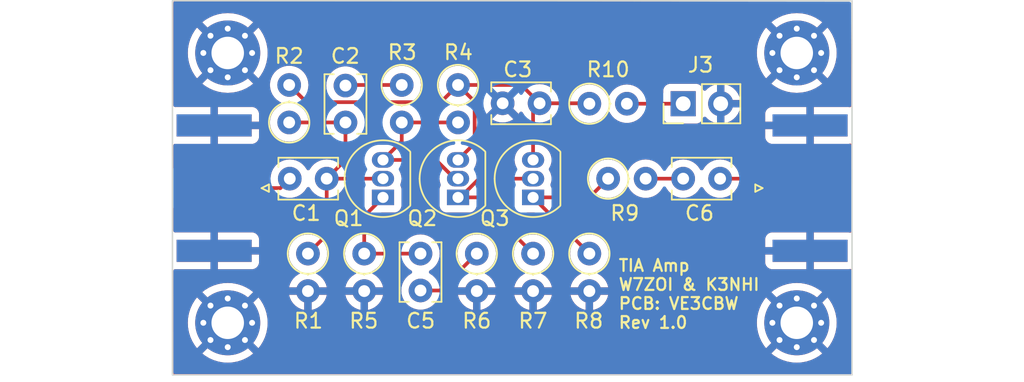
<source format=kicad_pcb>
(kicad_pcb (version 20221018) (generator pcbnew)
  (title_block (title "W7ZOI TIA") (date "2024-01-16"))
  (layers (0 "F.Cu" signal) (31 "B.Cu" signal) (34 "B.Paste" user) (35 "F.Paste" user) (36 "B.SilkS" user "B.Silkscreen") (37 "F.SilkS" user "F.Silkscreen") (38 "B.Mask" user) (39 "F.Mask" user) (44 "Edge.Cuts" user))
  (net 0 "")
  (net 1 "Net-(J1-In)")
  (net 2 "Net-(Q1-B)")
  (net 3 "Net-(C2-Pad1)")
  (net 4 "Net-(Q2-C)")
  (net 5 "GND")
  (net 6 "Net-(Q1-E)")
  (net 7 "Net-(C5-Pad2)")
  (net 8 "Net-(C6-Pad1)")
  (net 9 "Net-(J2-In)")
  (net 10 "+12V")
  (net 11 "Net-(Q1-C)")
  (net 12 "Net-(Q2-E)")
  (net 13 "Net-(Q3-E)")
  (footprint "Resistor_THT:R_Axial_DIN0207_L6.3mm_D2.5mm_P2.54mm_Vertical" (layer "F.Cu") (at 146.05 97.79 -90)
    (fp_text reference "R6" (at 4.56 0 180) (layer "F.SilkS"))
    (fp_text value "15" hide)
    (fp_line (start 1.37 0) (end 1.44 0) (stroke (width 0.12)) (layer "F.SilkS"))
    (fp_circle (center 0 0) (end 1.37 0) (stroke (width 0.12)) (fill none) (layer "F.SilkS"))
    (pad "1" thru_hole circle (at 0 0 270) (size 1.6 1.6) (drill 0.8) (layers "*.Cu" "*.Mask") (net 7 "Net-(C5-Pad2)"))
    (pad "2" thru_hole oval (at 2.54 0 270) (size 1.6 1.6) (drill 0.8) (layers "*.Cu" "*.Mask") (net 5 "GND"))
  )
  (footprint "Capacitor_THT:C_Disc_D3.8mm_W2.6mm_P2.50mm" (layer "F.Cu") (at 133.39 92.71)
    (fp_text reference "C1" (at 1.11 2.34) (layer "F.SilkS"))
    (fp_text value "0.1uF" hide)
    (fp_line (start -0.77 -1.42) (end -0.77 -0.795) (stroke (width 0.12)) (layer "F.SilkS"))
    (fp_line (start -0.77 -1.42) (end 3.27 -1.42) (stroke (width 0.12)) (layer "F.SilkS"))
    (fp_line (start -0.77 0.795) (end -0.77 1.42) (stroke (width 0.12)) (layer "F.SilkS"))
    (fp_line (start -0.77 1.42) (end 3.27 1.42) (stroke (width 0.12)) (layer "F.SilkS"))
    (fp_line (start 3.27 -1.42) (end 3.27 -0.795) (stroke (width 0.12)) (layer "F.SilkS"))
    (fp_line (start 3.27 0.795) (end 3.27 1.42) (stroke (width 0.12)) (layer "F.SilkS"))
    (pad "1" thru_hole circle (at 0 0) (size 1.6 1.6) (drill 0.8) (layers "*.Cu" "*.Mask") (net 1 "Net-(J1-In)"))
    (pad "2" thru_hole circle (at 2.5 0) (size 1.6 1.6) (drill 0.8) (layers "*.Cu" "*.Mask") (net 2 "Net-(Q1-B)"))
  )
  (footprint "Resistor_THT:R_Axial_DIN0207_L6.3mm_D2.5mm_P2.54mm_Vertical" (layer "F.Cu") (at 133.35 88.9 90)
    (fp_text reference "R2" (at 4.5 0 180) (layer "F.SilkS"))
    (fp_text value "10K" hide)
    (fp_line (start 1.37 0) (end 1.44 0) (stroke (width 0.12)) (layer "F.SilkS"))
    (fp_circle (center 0 0) (end 1.37 0) (stroke (width 0.12)) (fill none) (layer "F.SilkS"))
    (pad "1" thru_hole circle (at 0 0 90) (size 1.6 1.6) (drill 0.8) (layers "*.Cu" "*.Mask") (net 2 "Net-(Q1-B)"))
    (pad "2" thru_hole oval (at 2.54 0 90) (size 1.6 1.6) (drill 0.8) (layers "*.Cu" "*.Mask") (net 4 "Net-(Q2-C)"))
  )
  (footprint "Resistor_THT:R_Axial_DIN0207_L6.3mm_D2.5mm_P2.54mm_Vertical" (layer "F.Cu") (at 144.78 86.36 -90)
    (fp_text reference "R4" (at -2.21 -0.02 180) (layer "F.SilkS"))
    (fp_text value "330" hide)
    (fp_line (start 1.37 0) (end 1.44 0) (stroke (width 0.12)) (layer "F.SilkS"))
    (fp_circle (center 0 0) (end 1.37 0) (stroke (width 0.12)) (fill none) (layer "F.SilkS"))
    (pad "1" thru_hole circle (at 0 0 270) (size 1.6 1.6) (drill 0.8) (layers "*.Cu" "*.Mask") (net 4 "Net-(Q2-C)"))
    (pad "2" thru_hole oval (at 2.54 0 270) (size 1.6 1.6) (drill 0.8) (layers "*.Cu" "*.Mask") (net 11 "Net-(Q1-C)"))
  )
  (footprint "MountingHole:MountingHole_2.2mm_M2_Pad_Via" (layer "F.Cu") (at 129.19 84.19)
    (fp_text reference "H4" hide)
    (fp_text value "MountingHole_Pad")
    (pad "1" thru_hole circle (at -1.65 0) (size 0.7 0.7) (drill 0.4) (layers "*.Cu" "*.Mask") (net 5 "GND"))
    (pad "1" thru_hole circle (at -1.166726 -1.166726) (size 0.7 0.7) (drill 0.4) (layers "*.Cu" "*.Mask") (net 5 "GND"))
    (pad "1" thru_hole circle (at -1.166726 1.166726) (size 0.7 0.7) (drill 0.4) (layers "*.Cu" "*.Mask") (net 5 "GND"))
    (pad "1" thru_hole circle (at 0 -1.65) (size 0.7 0.7) (drill 0.4) (layers "*.Cu" "*.Mask") (net 5 "GND"))
    (pad "1" thru_hole circle (at 0 0) (size 4.4 4.4) (drill 2.2) (layers "*.Cu" "*.Mask") (net 5 "GND"))
    (pad "1" thru_hole circle (at 0 1.65) (size 0.7 0.7) (drill 0.4) (layers "*.Cu" "*.Mask") (net 5 "GND"))
    (pad "1" thru_hole circle (at 1.166726 -1.166726) (size 0.7 0.7) (drill 0.4) (layers "*.Cu" "*.Mask") (net 5 "GND"))
    (pad "1" thru_hole circle (at 1.166726 1.166726) (size 0.7 0.7) (drill 0.4) (layers "*.Cu" "*.Mask") (net 5 "GND"))
    (pad "1" thru_hole circle (at 1.65 0) (size 0.7 0.7) (drill 0.4) (layers "*.Cu" "*.Mask") (net 5 "GND"))
  )
  (footprint "Capacitor_THT:C_Disc_D3.8mm_W2.6mm_P2.50mm" (layer "F.Cu") (at 160.02 92.71)
    (fp_text reference "C6" (at 1.105 2.34) (layer "F.SilkS"))
    (fp_text value "0.1uF" hide)
    (fp_line (start -0.77 -1.42) (end -0.77 -0.795) (stroke (width 0.12)) (layer "F.SilkS"))
    (fp_line (start -0.77 -1.42) (end 3.27 -1.42) (stroke (width 0.12)) (layer "F.SilkS"))
    (fp_line (start -0.77 0.795) (end -0.77 1.42) (stroke (width 0.12)) (layer "F.SilkS"))
    (fp_line (start -0.77 1.42) (end 3.27 1.42) (stroke (width 0.12)) (layer "F.SilkS"))
    (fp_line (start 3.27 -1.42) (end 3.27 -0.795) (stroke (width 0.12)) (layer "F.SilkS"))
    (fp_line (start 3.27 0.795) (end 3.27 1.42) (stroke (width 0.12)) (layer "F.SilkS"))
    (pad "1" thru_hole circle (at 0 0) (size 1.6 1.6) (drill 0.8) (layers "*.Cu" "*.Mask") (net 8 "Net-(C6-Pad1)"))
    (pad "2" thru_hole circle (at 2.5 0) (size 1.6 1.6) (drill 0.8) (layers "*.Cu" "*.Mask") (net 9 "Net-(J2-In)"))
  )
  (footprint "MountingHole:MountingHole_2.2mm_M2_Pad_Via" (layer "F.Cu") (at 167.71 84.19)
    (fp_text reference "H3" hide)
    (fp_text value "MountingHole_Pad")
    (pad "1" thru_hole circle (at -1.65 0) (size 0.7 0.7) (drill 0.4) (layers "*.Cu" "*.Mask") (net 5 "GND"))
    (pad "1" thru_hole circle (at -1.166726 -1.166726) (size 0.7 0.7) (drill 0.4) (layers "*.Cu" "*.Mask") (net 5 "GND"))
    (pad "1" thru_hole circle (at -1.166726 1.166726) (size 0.7 0.7) (drill 0.4) (layers "*.Cu" "*.Mask") (net 5 "GND"))
    (pad "1" thru_hole circle (at 0 -1.65) (size 0.7 0.7) (drill 0.4) (layers "*.Cu" "*.Mask") (net 5 "GND"))
    (pad "1" thru_hole circle (at 0 0) (size 4.4 4.4) (drill 2.2) (layers "*.Cu" "*.Mask") (net 5 "GND"))
    (pad "1" thru_hole circle (at 0 1.65) (size 0.7 0.7) (drill 0.4) (layers "*.Cu" "*.Mask") (net 5 "GND"))
    (pad "1" thru_hole circle (at 1.166726 -1.166726) (size 0.7 0.7) (drill 0.4) (layers "*.Cu" "*.Mask") (net 5 "GND"))
    (pad "1" thru_hole circle (at 1.166726 1.166726) (size 0.7 0.7) (drill 0.4) (layers "*.Cu" "*.Mask") (net 5 "GND"))
    (pad "1" thru_hole circle (at 1.65 0) (size 0.7 0.7) (drill 0.4) (layers "*.Cu" "*.Mask") (net 5 "GND"))
  )
  (footprint "Capacitor_THT:C_Disc_D3.8mm_W2.6mm_P2.50mm" (layer "F.Cu") (at 150.3 87.6 180)
    (fp_text reference "C3" (at 1.48 2.29) (layer "F.SilkS"))
    (fp_text value "0.1uF" hide)
    (fp_line (start -0.77 -1.42) (end -0.77 -0.795) (stroke (width 0.12)) (layer "F.SilkS"))
    (fp_line (start -0.77 -1.42) (end 3.27 -1.42) (stroke (width 0.12)) (layer "F.SilkS"))
    (fp_line (start -0.77 0.795) (end -0.77 1.42) (stroke (width 0.12)) (layer "F.SilkS"))
    (fp_line (start -0.77 1.42) (end 3.27 1.42) (stroke (width 0.12)) (layer "F.SilkS"))
    (fp_line (start 3.27 -1.42) (end 3.27 -0.795) (stroke (width 0.12)) (layer "F.SilkS"))
    (fp_line (start 3.27 0.795) (end 3.27 1.42) (stroke (width 0.12)) (layer "F.SilkS"))
    (pad "1" thru_hole circle (at 0 0 180) (size 1.6 1.6) (drill 0.8) (layers "*.Cu" "*.Mask") (net 4 "Net-(Q2-C)"))
    (pad "2" thru_hole circle (at 2.5 0 180) (size 1.6 1.6) (drill 0.8) (layers "*.Cu" "*.Mask") (net 5 "GND"))
  )
  (footprint "Capacitor_THT:C_Disc_D3.8mm_W2.6mm_P2.50mm" (layer "F.Cu") (at 142.24 97.79 -90)
    (fp_text reference "C5" (at 4.56 -0.01 180) (layer "F.SilkS"))
    (fp_text value "0.1uF" hide)
    (fp_line (start -0.77 -1.42) (end -0.77 -0.795) (stroke (width 0.12)) (layer "F.SilkS"))
    (fp_line (start -0.77 -1.42) (end 3.27 -1.42) (stroke (width 0.12)) (layer "F.SilkS"))
    (fp_line (start -0.77 0.795) (end -0.77 1.42) (stroke (width 0.12)) (layer "F.SilkS"))
    (fp_line (start -0.77 1.42) (end 3.27 1.42) (stroke (width 0.12)) (layer "F.SilkS"))
    (fp_line (start 3.27 -1.42) (end 3.27 -0.795) (stroke (width 0.12)) (layer "F.SilkS"))
    (fp_line (start 3.27 0.795) (end 3.27 1.42) (stroke (width 0.12)) (layer "F.SilkS"))
    (pad "1" thru_hole circle (at 0 0 270) (size 1.6 1.6) (drill 0.8) (layers "*.Cu" "*.Mask") (net 6 "Net-(Q1-E)"))
    (pad "2" thru_hole circle (at 2.5 0 270) (size 1.6 1.6) (drill 0.8) (layers "*.Cu" "*.Mask") (net 7 "Net-(C5-Pad2)"))
  )
  (footprint "Connector_Coaxial:SMA_Amphenol_132289_EdgeMount" (layer "F.Cu") (at 128.27 93.35 180)
    (fp_text reference "J1" hide)
    (fp_text value "Conn_Coaxial" hide)
    (fp_line (start -3.71 -0.25) (end -3.71 0.25) (stroke (width 0.12)) (layer "F.SilkS"))
    (fp_line (start -3.71 0.25) (end -3.21 0) (stroke (width 0.12)) (layer "F.SilkS"))
    (fp_line (start -3.21 0) (end -3.71 -0.25) (stroke (width 0.12)) (layer "F.SilkS"))
    (pad "1" smd rect (at 0 0 270) (size 1.5 5.08) (layers "F.Cu" "F.Paste" "F.Mask") (net 1 "Net-(J1-In)"))
    (pad "2" smd rect (at 0 -4.25 270) (size 1.5 5.08) (layers "F.Cu" "F.Paste" "F.Mask") (net 5 "GND"))
    (pad "2" smd rect (at 0 -4.25 270) (size 1.5 5.08) (layers "B.Cu" "B.Paste" "B.Mask") (net 5 "GND"))
    (pad "2" smd rect (at 0 4.25 270) (size 1.5 5.08) (layers "F.Cu" "F.Paste" "F.Mask") (net 5 "GND"))
    (pad "2" smd rect (at 0 4.25 270) (size 1.5 5.08) (layers "B.Cu" "B.Paste" "B.Mask") (net 5 "GND"))
  )
  (footprint "Resistor_THT:R_Axial_DIN0207_L6.3mm_D2.5mm_P2.54mm_Vertical" (layer "F.Cu") (at 134.62 97.79 -90)
    (fp_text reference "R1" (at 4.56 -0.03 180) (layer "F.SilkS"))
    (fp_text value "2.2K" hide)
    (fp_line (start 1.37 0) (end 1.44 0) (stroke (width 0.12)) (layer "F.SilkS"))
    (fp_circle (center 0 0) (end 1.37 0) (stroke (width 0.12)) (fill none) (layer "F.SilkS"))
    (pad "1" thru_hole circle (at 0 0 270) (size 1.6 1.6) (drill 0.8) (layers "*.Cu" "*.Mask") (net 2 "Net-(Q1-B)"))
    (pad "2" thru_hole oval (at 2.54 0 270) (size 1.6 1.6) (drill 0.8) (layers "*.Cu" "*.Mask") (net 5 "GND"))
  )
  (footprint "MountingHole:MountingHole_2.2mm_M2_Pad_Via" (layer "F.Cu") (at 129.19 102.48)
    (fp_text reference "H1" hide)
    (fp_text value "MountingHole_Pad")
    (pad "1" thru_hole circle (at -1.65 0) (size 0.7 0.7) (drill 0.4) (layers "*.Cu" "*.Mask") (net 5 "GND"))
    (pad "1" thru_hole circle (at -1.166726 -1.166726) (size 0.7 0.7) (drill 0.4) (layers "*.Cu" "*.Mask") (net 5 "GND"))
    (pad "1" thru_hole circle (at -1.166726 1.166726) (size 0.7 0.7) (drill 0.4) (layers "*.Cu" "*.Mask") (net 5 "GND"))
    (pad "1" thru_hole circle (at 0 -1.65) (size 0.7 0.7) (drill 0.4) (layers "*.Cu" "*.Mask") (net 5 "GND"))
    (pad "1" thru_hole circle (at 0 0) (size 4.4 4.4) (drill 2.2) (layers "*.Cu" "*.Mask") (net 5 "GND"))
    (pad "1" thru_hole circle (at 0 1.65) (size 0.7 0.7) (drill 0.4) (layers "*.Cu" "*.Mask") (net 5 "GND"))
    (pad "1" thru_hole circle (at 1.166726 -1.166726) (size 0.7 0.7) (drill 0.4) (layers "*.Cu" "*.Mask") (net 5 "GND"))
    (pad "1" thru_hole circle (at 1.166726 1.166726) (size 0.7 0.7) (drill 0.4) (layers "*.Cu" "*.Mask") (net 5 "GND"))
    (pad "1" thru_hole circle (at 1.65 0) (size 0.7 0.7) (drill 0.4) (layers "*.Cu" "*.Mask") (net 5 "GND"))
  )
  (footprint "Resistor_THT:R_Axial_DIN0207_L6.3mm_D2.5mm_P2.54mm_Vertical" (layer "F.Cu") (at 149.86 97.79 -90)
    (fp_text reference "R7" (at 4.56 0.01 180) (layer "F.SilkS"))
    (fp_text value "2.2K" hide)
    (fp_line (start 1.37 0) (end 1.44 0) (stroke (width 0.12)) (layer "F.SilkS"))
    (fp_circle (center 0 0) (end 1.37 0) (stroke (width 0.12)) (fill none) (layer "F.SilkS"))
    (pad "1" thru_hole circle (at 0 0 270) (size 1.6 1.6) (drill 0.8) (layers "*.Cu" "*.Mask") (net 12 "Net-(Q2-E)"))
    (pad "2" thru_hole oval (at 2.54 0 270) (size 1.6 1.6) (drill 0.8) (layers "*.Cu" "*.Mask") (net 5 "GND"))
  )
  (footprint "Connector_PinHeader_2.54mm:PinHeader_1x02_P2.54mm_Vertical" (layer "F.Cu") (at 160.02 87.63 90)
    (fp_text reference "J3" (at 2.63 1.18 180) (layer "F.SilkS"))
    (fp_text value "Conn_01x02_Pin" hide)
    (fp_line (start -1.33 -1.33) (end 0 -1.33) (stroke (width 0.12)) (layer "F.SilkS"))
    (fp_line (start -1.33 0) (end -1.33 -1.33) (stroke (width 0.12)) (layer "F.SilkS"))
    (fp_line (start -1.33 1.27) (end -1.33 3.87) (stroke (width 0.12)) (layer "F.SilkS"))
    (fp_line (start -1.33 1.27) (end 1.33 1.27) (stroke (width 0.12)) (layer "F.SilkS"))
    (fp_line (start -1.33 3.87) (end 1.33 3.87) (stroke (width 0.12)) (layer "F.SilkS"))
    (fp_line (start 1.33 1.27) (end 1.33 3.87) (stroke (width 0.12)) (layer "F.SilkS"))
    (pad "1" thru_hole rect (at 0 0 90) (size 1.7 1.7) (drill 1) (layers "*.Cu" "*.Mask") (net 10 "+12V"))
    (pad "2" thru_hole oval (at 0 2.54 90) (size 1.7 1.7) (drill 1) (layers "*.Cu" "*.Mask") (net 5 "GND"))
  )
  (footprint "Package_TO_SOT_THT:TO-92_Inline" (layer "F.Cu") (at 149.86 93.98 90)
    (fp_text reference "Q3" (at -1.42 -2.59 180) (layer "F.SilkS"))
    (fp_text value "2N3904" hide)
    (fp_line (start -0.53 1.85) (end 3.07 1.85) (stroke (width 0.12)) (layer "F.SilkS"))
    (fp_arc (start -0.568478 1.838478) (mid -1.132087 -0.994977) (end 1.27 -2.6) (stroke (width 0.12)) (layer "F.SilkS"))
    (fp_arc (start 1.27 -2.6) (mid 3.672087 -0.994977) (end 3.108478 1.838478) (stroke (width 0.12)) (layer "F.SilkS"))
    (pad "1" thru_hole rect (at 0 0 90) (size 1.05 1.5) (drill 0.75) (layers "*.Cu" "*.Mask") (net 13 "Net-(Q3-E)"))
    (pad "2" thru_hole oval (at 1.27 0 90) (size 1.05 1.5) (drill 0.75) (layers "*.Cu" "*.Mask") (net 12 "Net-(Q2-E)"))
    (pad "3" thru_hole oval (at 2.54 0 90) (size 1.05 1.5) (drill 0.75) (layers "*.Cu" "*.Mask") (net 4 "Net-(Q2-C)"))
  )
  (footprint "Connector_Coaxial:SMA_Amphenol_132289_EdgeMount" (layer "F.Cu") (at 168.61 93.35)
    (fp_text reference "J2" hide)
    (fp_text value "Conn_Coaxial" hide)
    (fp_line (start -3.71 -0.25) (end -3.71 0.25) (stroke (width 0.12)) (layer "F.SilkS"))
    (fp_line (start -3.71 0.25) (end -3.21 0) (stroke (width 0.12)) (layer "F.SilkS"))
    (fp_line (start -3.21 0) (end -3.71 -0.25) (stroke (width 0.12)) (layer "F.SilkS"))
    (pad "1" smd rect (at 0 0 90) (size 1.5 5.08) (layers "F.Cu" "F.Paste" "F.Mask") (net 9 "Net-(J2-In)"))
    (pad "2" smd rect (at 0 -4.25 90) (size 1.5 5.08) (layers "F.Cu" "F.Paste" "F.Mask") (net 5 "GND"))
    (pad "2" smd rect (at 0 -4.25 90) (size 1.5 5.08) (layers "B.Cu" "B.Paste" "B.Mask") (net 5 "GND"))
    (pad "2" smd rect (at 0 4.25 90) (size 1.5 5.08) (layers "F.Cu" "F.Paste" "F.Mask") (net 5 "GND"))
    (pad "2" smd rect (at 0 4.25 90) (size 1.5 5.08) (layers "B.Cu" "B.Paste" "B.Mask") (net 5 "GND"))
  )
  (footprint "Resistor_THT:R_Axial_DIN0207_L6.3mm_D2.5mm_P2.54mm_Vertical" (layer "F.Cu") (at 154.94 92.71)
    (fp_text reference "R9" hide)
    (fp_text value "47" hide)
    (fp_line (start 1.37 0) (end 1.44 0) (stroke (width 0.12)) (layer "F.SilkS"))
    (fp_circle (center 0 0) (end 1.37 0) (stroke (width 0.12)) (fill none) (layer "F.SilkS"))
    (pad "1" thru_hole circle (at 0 0) (size 1.6 1.6) (drill 0.8) (layers "*.Cu" "*.Mask") (net 13 "Net-(Q3-E)"))
    (pad "2" thru_hole oval (at 2.54 0) (size 1.6 1.6) (drill 0.8) (layers "*.Cu" "*.Mask") (net 8 "Net-(C6-Pad1)"))
  )
  (footprint "Package_TO_SOT_THT:TO-92_Inline" (layer "F.Cu") (at 144.78 93.98 90)
    (fp_text reference "Q2" (at -1.42 -2.42 180) (layer "F.SilkS"))
    (fp_text value "2N3904" hide)
    (fp_line (start -0.53 1.85) (end 3.07 1.85) (stroke (width 0.12)) (layer "F.SilkS"))
    (fp_arc (start -0.568478 1.838478) (mid -1.132087 -0.994977) (end 1.27 -2.6) (stroke (width 0.12)) (layer "F.SilkS"))
    (fp_arc (start 1.27 -2.6) (mid 3.672087 -0.994977) (end 3.108478 1.838478) (stroke (width 0.12)) (layer "F.SilkS"))
    (pad "1" thru_hole rect (at 0 0 90) (size 1.05 1.5) (drill 0.75) (layers "*.Cu" "*.Mask") (net 12 "Net-(Q2-E)"))
    (pad "2" thru_hole oval (at 1.27 0 90) (size 1.05 1.5) (drill 0.75) (layers "*.Cu" "*.Mask") (net 11 "Net-(Q1-C)"))
    (pad "3" thru_hole oval (at 2.54 0 90) (size 1.05 1.5) (drill 0.75) (layers "*.Cu" "*.Mask") (net 4 "Net-(Q2-C)"))
  )
  (footprint "Package_TO_SOT_THT:TO-92_Inline" (layer "F.Cu") (at 139.7 93.98 90)
    (fp_text reference "Q1" (at -1.42 -2.33 180) (layer "F.SilkS"))
    (fp_text value "2N3904" hide)
    (fp_line (start -0.53 1.85) (end 3.07 1.85) (stroke (width 0.12)) (layer "F.SilkS"))
    (fp_arc (start -0.568478 1.838478) (mid -1.132087 -0.994977) (end 1.27 -2.6) (stroke (width 0.12)) (layer "F.SilkS"))
    (fp_arc (start 1.27 -2.6) (mid 3.672087 -0.994977) (end 3.108478 1.838478) (stroke (width 0.12)) (layer "F.SilkS"))
    (pad "1" thru_hole rect (at 0 0 90) (size 1.05 1.5) (drill 0.75) (layers "*.Cu" "*.Mask") (net 6 "Net-(Q1-E)"))
    (pad "2" thru_hole oval (at 1.27 0 90) (size 1.05 1.5) (drill 0.75) (layers "*.Cu" "*.Mask") (net 2 "Net-(Q1-B)"))
    (pad "3" thru_hole oval (at 2.54 0 90) (size 1.05 1.5) (drill 0.75) (layers "*.Cu" "*.Mask") (net 11 "Net-(Q1-C)"))
  )
  (footprint "MountingHole:MountingHole_2.2mm_M2_Pad_Via" (layer "F.Cu") (at 167.71 102.48)
    (fp_text reference "H2" hide)
    (fp_text value "MountingHole_Pad")
    (pad "1" thru_hole circle (at -1.65 0) (size 0.7 0.7) (drill 0.4) (layers "*.Cu" "*.Mask") (net 5 "GND"))
    (pad "1" thru_hole circle (at -1.166726 -1.166726) (size 0.7 0.7) (drill 0.4) (layers "*.Cu" "*.Mask") (net 5 "GND"))
    (pad "1" thru_hole circle (at -1.166726 1.166726) (size 0.7 0.7) (drill 0.4) (layers "*.Cu" "*.Mask") (net 5 "GND"))
    (pad "1" thru_hole circle (at 0 -1.65) (size 0.7 0.7) (drill 0.4) (layers "*.Cu" "*.Mask") (net 5 "GND"))
    (pad "1" thru_hole circle (at 0 0) (size 4.4 4.4) (drill 2.2) (layers "*.Cu" "*.Mask") (net 5 "GND"))
    (pad "1" thru_hole circle (at 0 1.65) (size 0.7 0.7) (drill 0.4) (layers "*.Cu" "*.Mask") (net 5 "GND"))
    (pad "1" thru_hole circle (at 1.166726 -1.166726) (size 0.7 0.7) (drill 0.4) (layers "*.Cu" "*.Mask") (net 5 "GND"))
    (pad "1" thru_hole circle (at 1.166726 1.166726) (size 0.7 0.7) (drill 0.4) (layers "*.Cu" "*.Mask") (net 5 "GND"))
    (pad "1" thru_hole circle (at 1.65 0) (size 0.7 0.7) (drill 0.4) (layers "*.Cu" "*.Mask") (net 5 "GND"))
  )
  (footprint "Resistor_THT:R_Axial_DIN0207_L6.3mm_D2.5mm_P2.54mm_Vertical" (layer "F.Cu") (at 153.67 97.79 -90)
    (fp_text reference "R8" (at 4.56 0.04 180) (layer "F.SilkS"))
    (fp_text value "470" hide)
    (fp_line (start 1.37 0) (end 1.44 0) (stroke (width 0.12)) (layer "F.SilkS"))
    (fp_circle (center 0 0) (end 1.37 0) (stroke (width 0.12)) (fill none) (layer "F.SilkS"))
    (pad "1" thru_hole circle (at 0 0 270) (size 1.6 1.6) (drill 0.8) (layers "*.Cu" "*.Mask") (net 13 "Net-(Q3-E)"))
    (pad "2" thru_hole oval (at 2.54 0 270) (size 1.6 1.6) (drill 0.8) (layers "*.Cu" "*.Mask") (net 5 "GND"))
  )
  (footprint "Capacitor_THT:C_Disc_D3.8mm_W2.6mm_P2.50mm" (layer "F.Cu") (at 137.16 86.4 -90)
    (fp_text reference "C2" (at -2 0.01 180) (layer "F.SilkS"))
    (fp_text value "0.1uF" hide)
    (fp_line (start -0.77 -1.42) (end -0.77 -0.795) (stroke (width 0.12)) (layer "F.SilkS"))
    (fp_line (start -0.77 -1.42) (end 3.27 -1.42) (stroke (width 0.12)) (layer "F.SilkS"))
    (fp_line (start -0.77 0.795) (end -0.77 1.42) (stroke (width 0.12)) (layer "F.SilkS"))
    (fp_line (start -0.77 1.42) (end 3.27 1.42) (stroke (width 0.12)) (layer "F.SilkS"))
    (fp_line (start 3.27 -1.42) (end 3.27 -0.795) (stroke (width 0.12)) (layer "F.SilkS"))
    (fp_line (start 3.27 0.795) (end 3.27 1.42) (stroke (width 0.12)) (layer "F.SilkS"))
    (pad "1" thru_hole circle (at 0 0 270) (size 1.6 1.6) (drill 0.8) (layers "*.Cu" "*.Mask") (net 3 "Net-(C2-Pad1)"))
    (pad "2" thru_hole circle (at 2.5 0 270) (size 1.6 1.6) (drill 0.8) (layers "*.Cu" "*.Mask") (net 2 "Net-(Q1-B)"))
  )
  (footprint "Resistor_THT:R_Axial_DIN0207_L6.3mm_D2.5mm_P2.54mm_Vertical" (layer "F.Cu") (at 138.43 97.79 -90)
    (fp_text reference "R5" (at 4.56 0.03 180) (layer "F.SilkS"))
    (fp_text value "180" hide)
    (fp_line (start 1.37 0) (end 1.44 0) (stroke (width 0.12)) (layer "F.SilkS"))
    (fp_circle (center 0 0) (end 1.37 0) (stroke (width 0.12)) (fill none) (layer "F.SilkS"))
    (pad "1" thru_hole circle (at 0 0 270) (size 1.6 1.6) (drill 0.8) (layers "*.Cu" "*.Mask") (net 6 "Net-(Q1-E)"))
    (pad "2" thru_hole oval (at 2.54 0 270) (size 1.6 1.6) (drill 0.8) (layers "*.Cu" "*.Mask") (net 5 "GND"))
  )
  (footprint "Resistor_THT:R_Axial_DIN0207_L6.3mm_D2.5mm_P2.54mm_Vertical" (layer "F.Cu") (at 140.97 86.36 -90)
    (fp_text reference "R3" (at -2.21 -0.03 -180) (layer "F.SilkS"))
    (fp_text value "680" hide)
    (fp_line (start 1.37 0) (end 1.44 0) (stroke (width 0.12)) (layer "F.SilkS"))
    (fp_circle (center 0 0) (end 1.37 0) (stroke (width 0.12)) (fill none) (layer "F.SilkS"))
    (pad "1" thru_hole circle (at 0 0 270) (size 1.6 1.6) (drill 0.8) (layers "*.Cu" "*.Mask") (net 3 "Net-(C2-Pad1)"))
    (pad "2" thru_hole oval (at 2.54 0 270) (size 1.6 1.6) (drill 0.8) (layers "*.Cu" "*.Mask") (net 11 "Net-(Q1-C)"))
  )
  (footprint "Resistor_THT:R_Axial_DIN0207_L6.3mm_D2.5mm_P2.54mm_Vertical" (layer "F.Cu") (at 153.67 87.63)
    (fp_text reference "R10" (at 1.27 -2.32) (layer "F.SilkS"))
    (fp_text value "10" hide)
    (fp_line (start 1.37 0) (end 1.44 0) (stroke (width 0.12)) (layer "F.SilkS"))
    (fp_circle (center 0 0) (end 1.37 0) (stroke (width 0.12)) (fill none) (layer "F.SilkS"))
    (pad "1" thru_hole circle (at 0 0) (size 1.6 1.6) (drill 0.8) (layers "*.Cu" "*.Mask") (net 4 "Net-(Q2-C)"))
    (pad "2" thru_hole oval (at 2.54 0) (size 1.6 1.6) (drill 0.8) (layers "*.Cu" "*.Mask") (net 10 "+12V"))
  )
  (gr_rect (start 125.449 80.65) (end 171.45 106.013) (stroke (width 0.1)) (fill none) (layer "Edge.Cuts"))
  (gr_text "R9" (at 156.07 95.05) (layer "F.SilkS") (effects (font (size 1 1))))
  (gr_text "TIA Amp\nW7ZOI & K3NHI\nPCB: VE3CBW\nRev 1.0" (at 155.58 102.93) (layer "F.SilkS") (effects (font (size 0.8 0.8)) (justify left bottom)))
  (segment (start 132.75 93.35) (end 133.39 92.71) (width 0.25) (layer "F.Cu") (net 1))
  (segment (start 128.27 93.35) (end 132.75 93.35) (width 0.25) (layer "F.Cu") (net 1))
  (segment (start 135.89 92.71) (end 135.89 96.52) (width 0.25) (layer "F.Cu") (net 2))
  (segment (start 137.16 91.44) (end 135.89 92.71) (width 0.25) (layer "F.Cu") (net 2))
  (segment (start 135.89 96.52) (end 134.62 97.79) (width 0.25) (layer "F.Cu") (net 2))
  (segment (start 133.35 88.9) (end 137.16 88.9) (width 0.25) (layer "F.Cu") (net 2))
  (segment (start 137.16 88.9) (end 137.16 91.44) (width 0.25) (layer "F.Cu") (net 2))
  (segment (start 135.89 92.71) (end 139.7 92.71) (width 0.25) (layer "F.Cu") (net 2))
  (segment (start 137.2 86.36) (end 137.16 86.4) (width 0.25) (layer "F.Cu") (net 3))
  (segment (start 140.97 86.36) (end 137.2 86.36) (width 0.25) (layer "F.Cu") (net 3))
  (segment (start 150.3 87.6) (end 153.64 87.6) (width 0.25) (layer "F.Cu") (net 4))
  (segment (start 143.615 87.525) (end 134.515 87.525) (width 0.25) (layer "F.Cu") (net 4))
  (segment (start 145.905 87.485) (end 145.905 90.315) (width 0.25) (layer "F.Cu") (net 4))
  (segment (start 134.515 87.525) (end 133.35 86.36) (width 0.25) (layer "F.Cu") (net 4))
  (segment (start 149.06 86.36) (end 144.78 86.36) (width 0.25) (layer "F.Cu") (net 4))
  (segment (start 145.905 90.315) (end 144.78 91.44) (width 0.25) (layer "F.Cu") (net 4))
  (segment (start 149.86 88.04) (end 150.3 87.6) (width 0.25) (layer "F.Cu") (net 4))
  (segment (start 144.78 86.36) (end 143.615 87.525) (width 0.25) (layer "F.Cu") (net 4))
  (segment (start 144.78 86.36) (end 145.905 87.485) (width 0.25) (layer "F.Cu") (net 4))
  (segment (start 150.3 87.6) (end 149.06 86.36) (width 0.25) (layer "F.Cu") (net 4))
  (segment (start 149.86 91.44) (end 149.86 88.04) (width 0.25) (layer "F.Cu") (net 4))
  (segment (start 153.64 87.6) (end 153.67 87.63) (width 0.25) (layer "F.Cu") (net 4))
  (segment (start 142.24 97.79) (end 138.43 97.79) (width 0.25) (layer "F.Cu") (net 6))
  (segment (start 138.43 95.25) (end 139.7 93.98) (width 0.25) (layer "F.Cu") (net 6))
  (segment (start 138.43 97.79) (end 138.43 95.25) (width 0.25) (layer "F.Cu") (net 6))
  (segment (start 142.24 100.29) (end 143.55 100.29) (width 0.25) (layer "F.Cu") (net 7))
  (segment (start 143.55 100.29) (end 146.05 97.79) (width 0.25) (layer "F.Cu") (net 7))
  (segment (start 157.48 92.71) (end 160.02 92.71) (width 0.25) (layer "F.Cu") (net 8))
  (segment (start 167.97 92.71) (end 168.61 93.35) (width 0.25) (layer "F.Cu") (net 9))
  (segment (start 168.1875 92.71) (end 168.6275 93.15) (width 0.25) (layer "F.Cu") (net 9))
  (segment (start 162.52 92.71) (end 167.97 92.71) (width 0.25) (layer "F.Cu") (net 9))
  (segment (start 160.02 87.63) (end 156.21 87.63) (width 0.25) (layer "F.Cu") (net 10))
  (segment (start 140.97 90.17) (end 139.7 91.44) (width 0.25) (layer "F.Cu") (net 11))
  (segment (start 144.78 88.9) (end 140.97 88.9) (width 0.25) (layer "F.Cu") (net 11))
  (segment (start 140.97 88.9) (end 140.97 90.17) (width 0.25) (layer "F.Cu") (net 11))
  (segment (start 144.78 92.71) (end 144.555 92.71) (width 0.25) (layer "F.Cu") (net 11))
  (segment (start 144.555 92.71) (end 143.285 91.44) (width 0.25) (layer "F.Cu") (net 11))
  (segment (start 143.285 91.44) (end 139.7 91.44) (width 0.25) (layer "F.Cu") (net 11))
  (segment (start 148.785 95.445) (end 147.32 93.98) (width 0.25) (layer "F.Cu") (net 12))
  (segment (start 149.86 92.71) (end 146.207082 92.71) (width 0.25) (layer "F.Cu") (net 12))
  (segment (start 144.937082 93.98) (end 144.78 93.98) (width 0.25) (layer "F.Cu") (net 12))
  (segment (start 147.32 93.98) (end 144.78 93.98) (width 0.25) (layer "F.Cu") (net 12))
  (segment (start 144.78 93.98) (end 145.005 93.98) (width 0.25) (layer "F.Cu") (net 12))
  (segment (start 148.785 96.715) (end 148.785 95.445) (width 0.25) (layer "F.Cu") (net 12))
  (segment (start 146.207082 92.71) (end 144.937082 93.98) (width 0.25) (layer "F.Cu") (net 12))
  (segment (start 149.86 97.79) (end 148.785 96.715) (width 0.25) (layer "F.Cu") (net 12))
  (segment (start 153.67 97.79) (end 149.86 93.98) (width 0.25) (layer "F.Cu") (net 13))
  (segment (start 149.86 93.98) (end 153.67 93.98) (width 0.25) (layer "F.Cu") (net 13))
  (segment (start 153.67 93.98) (end 154.94 92.71) (width 0.25) (layer "F.Cu") (net 13))
  (zone (net 5) (net_name "GND") (layer "F.Cu") (connect_pads (clearance 0.5)) (min_thickness 0.25) (fill yes (thermal_gap 0.5) (thermal_bridge_width 0.5))
    (polygon (pts (xy 125.5 80.67) (xy 125.51 106.02) (xy 171.59 106.05) (xy 171.37 80.75)))
  )
  (zone (net 5) (net_name "GND") (layer "B.Cu") (priority 1) (connect_pads (clearance 0.5)) (min_thickness 0.25) (fill yes (thermal_gap 0.5) (thermal_bridge_width 0.5))
    (polygon (pts (xy 125.51 80.68) (xy 125.51 105.96) (xy 171.44 105.98) (xy 171.39 80.72)))
  )
)
</source>
